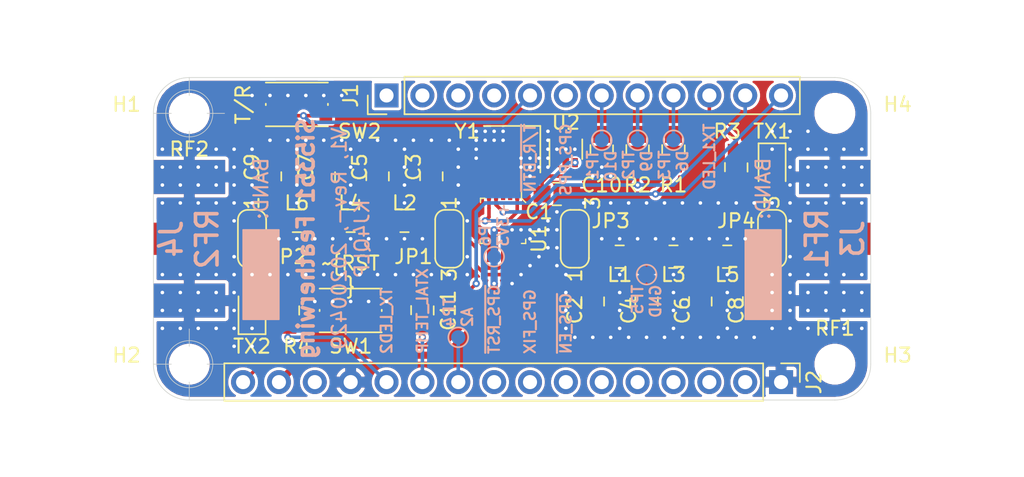
<source format=kicad_pcb>
(kicad_pcb (version 20171130) (host pcbnew 5.1.5-52549c5~84~ubuntu16.04.1)
  (title_block (title "Si5351 Featherwing - V1") (date 2020-04-27) (rev -) (company "Amateur Radio") (comment 2 creativecommons.org/licenses/by/4.0/) (comment 3 "License: CC BY 4.0") (comment 4 "Author: Zach Leffke, KJ4QLP"))
  (layers (0 F.Cu signal) (31 B.Cu signal) (34 B.Paste user) (35 F.Paste user) (36 B.SilkS user) (37 F.SilkS user) (38 B.Mask user) (39 F.Mask user) (44 Edge.Cuts user))
  (net 0 "")
  (net 1 GND)
  (net 2 VBAT)
  (net 3 EN)
  (net 4 VBUS)
  (net 5 D13)
  (net 6 D12)
  (net 7 D11)
  (net 8 D10)
  (net 9 D9)
  (net 10 D6)
  (net 11 D5)
  (net 12 SCL)
  (net 13 SDA)
  (net 14 ~RESET)
  (net 15 +3.3V)
  (net 16 AREF)
  (net 17 A0)
  (net 18 A1)
  (net 19 A2)
  (net 20 A3)
  (net 21 A4)
  (net 22 A5)
  (net 23 SCK)
  (net 24 MOSI)
  (net 25 MISO)
  (net 26 D0)
  (net 27 D1)
  (net 28 CLK0)
  (net 29 CLK1)
  (net 30 "Net-(U1-Pad3)")
  (net 31 "Net-(U1-Pad2)")
  (net 32 CLK2)
  (net 33 "Net-(J3-Pad1)")
  (net 34 "Net-(J4-Pad1)")
  (net 35 "Net-(C4-Pad1)")
  (net 36 "Net-(C5-Pad1)")
  (net 37 "Net-(C6-Pad1)")
  (net 38 "Net-(C7-Pad1)")
  (net 39 "Net-(C8-Pad1)")
  (net 40 "Net-(C9-Pad1)")
  (net 41 "Net-(C3-Pad1)")
  (net 42 "Net-(JP1-Pad3)")
  (net 43 "Net-(C2-Pad1)")
  (net 44 "Net-(JP3-Pad3)")
  (net 45 "Net-(U2-Pad1)")
  (net 46 "Net-(U2-Pad5)")
  (net 47 "Net-(R3-Pad1)")
  (net 48 "Net-(R4-Pad1)")
  (module TestPoint:TestPoint_Pad_D1.0mm (layer B.Cu) (at 144.78 110.49)
    (fp_text reference TP6 (at -0.635 -0.635 90) (layer B.SilkS) (effects (font (size 0.762 0.762)) (justify right mirror)))
    (fp_text value TestPoint)
    (pad 1 smd circle (at 0 0) (size 1 1) (layers B.Cu B.Mask) (net 15 +3.3V))
  )
  (module TestPoint:TestPoint_Pad_D1.0mm (layer B.Cu) (at 155.575 111.76)
    (fp_text reference TP5 (at -0.635 0.635 90) (layer B.SilkS) (effects (font (size 0.762 0.762)) (justify left mirror)))
    (fp_text value TestPoint)
    (pad 1 smd circle (at 0 0) (size 1 1) (layers B.Cu B.Mask) (net 1 GND))
  )
  (module TestPoint:TestPoint_Pad_D1.0mm (layer B.Cu) (at 142.24 116.205)
    (fp_text reference TP4 (at -0.635 -0.635 270) (layer B.SilkS) (effects (font (size 0.762 0.762)) (justify right mirror)))
    (fp_text value TestPoint)
    (pad 1 smd circle (at 0 0) (size 1 1) (layers B.Cu B.Mask) (net 19 A2))
  )
  (module TestPoint:TestPoint_Pad_D1.0mm (layer B.Cu) (at 157.48 102.235)
    (fp_text reference TP3 (at -0.635 0.635 90) (layer B.SilkS) (effects (font (size 0.762 0.762)) (justify left mirror)))
    (fp_text value TestPoint)
    (pad 1 smd circle (at 0 0) (size 1 1) (layers B.Cu B.Mask) (net 10 D6))
  )
  (module TestPoint:TestPoint_Pad_D1.0mm (layer B.Cu) (at 154.94 102.235)
    (fp_text reference TP2 (at -0.635 0.635 90) (layer B.SilkS) (effects (font (size 0.762 0.762)) (justify left mirror)))
    (fp_text value TestPoint)
    (pad 1 smd circle (at 0 0) (size 1 1) (layers B.Cu B.Mask) (net 9 D9))
  )
  (module TestPoint:TestPoint_Pad_D1.0mm (layer B.Cu) (at 152.4 102.235)
    (fp_text reference TP1 (at -0.635 0.635 90) (layer B.SilkS) (effects (font (size 0.762 0.762)) (justify left mirror)))
    (fp_text value TestPoint)
    (pad 1 smd circle (at 0 0) (size 1 1) (layers B.Cu B.Mask) (net 8 D10))
  )
  (module digikey-footprints:0805 (layer F.Cu) (at 139.7 114.3 270)
    (fp_text reference C11 (at 0 -1.84 90) (layer F.SilkS))
    (fp_text value .1uF)
    (pad 1 smd rect (at -1.05 0 270) (size 1.2 1.2) (layers F.Cu F.Paste F.Mask) (net 1 GND))
    (pad 2 smd rect (at 1.05 0 270) (size 1.2 1.2) (layers F.Cu F.Paste F.Mask) (net 18 A1))
  )
  (module Package_TO_SOT_SMD:SOT-353_SC-70-5 (layer F.Cu) (at 149.86 102.87 90)
    (fp_text reference U2 (at 1.905 0) (layer F.SilkS))
    (fp_text value MCP9700AT-ELT)
    (pad 5 smd rect (at 0.95 -0.65 90) (size 0.65 0.4) (layers F.Cu F.Paste F.Mask) (net 46 "Net-(U2-Pad5)"))
    (pad 4 smd rect (at 0.95 0.65 90) (size 0.65 0.4) (layers F.Cu F.Paste F.Mask) (net 15 +3.3V))
    (pad 2 smd rect (at -0.95 0 90) (size 0.65 0.4) (layers F.Cu F.Paste F.Mask) (net 1 GND))
    (pad 3 smd rect (at -0.95 0.65 90) (size 0.65 0.4) (layers F.Cu F.Paste F.Mask) (net 18 A1))
    (pad 1 smd rect (at -0.95 -0.65 90) (size 0.65 0.4) (layers F.Cu F.Paste F.Mask) (net 45 "Net-(U2-Pad1)"))
  )
  (module digikey-footprints:0805 (layer F.Cu) (at 152.4 102.87 90)
    (fp_text reference C10 (at -2.54 0 180) (layer F.SilkS))
    (fp_text value .1uF)
    (pad 1 smd rect (at -1.05 0 90) (size 1.2 1.2) (layers F.Cu F.Paste F.Mask) (net 1 GND))
    (pad 2 smd rect (at 1.05 0 90) (size 1.2 1.2) (layers F.Cu F.Paste F.Mask) (net 15 +3.3V))
  )
  (module Button_Switch_SMD:SW_Push_1P1T_NO_CK_KMR2 (layer F.Cu) (at 130.81 99.695 180)
    (fp_text reference SW2 (at -4.445 -1.905 180) (layer F.SilkS))
    (fp_text value SW_Push)
    (pad 2 smd rect (at 2.05 0.8 180) (size 0.9 1) (layers F.Cu F.Paste F.Mask) (net 1 GND))
    (pad 1 smd rect (at 2.05 -0.8 180) (size 0.9 1) (layers F.Cu F.Paste F.Mask) (net 6 D12))
    (pad 2 smd rect (at -2.05 0.8 180) (size 0.9 1) (layers F.Cu F.Paste F.Mask) (net 1 GND))
    (pad 1 smd rect (at -2.05 -0.8 180) (size 0.9 1) (layers F.Cu F.Paste F.Mask) (net 6 D12))
  )
  (module digikey-footprints:0805 (layer F.Cu) (at 130.175 114.3 270)
    (fp_text reference R4 (at 2.54 -0.635 180) (layer F.SilkS))
    (fp_text value 4.7k)
    (pad 1 smd rect (at -1.05 0 270) (size 1.2 1.2) (layers F.Cu F.Paste F.Mask) (net 48 "Net-(R4-Pad1)"))
    (pad 2 smd rect (at 1.05 0 270) (size 1.2 1.2) (layers F.Cu F.Paste F.Mask) (net 17 A0))
  )
  (module LED_SMD:LED_0805_2012Metric (layer F.Cu) (at 127.635 114.3 90)
    (fp_text reference TX2 (at -2.54 0 180) (layer F.SilkS))
    (fp_text value LED)
    (pad 2 smd roundrect (at 0.9375 0 90) (size 0.975 1.4) (layers F.Cu F.Paste F.Mask) (net 48 "Net-(R4-Pad1)"))
    (pad 1 smd roundrect (at -0.9375 0 90) (size 0.975 1.4) (layers F.Cu F.Paste F.Mask) (net 1 GND))
  )
  (module digikey-footprints:0805 (layer F.Cu) (at 161.925 104.14 90)
    (fp_text reference R3 (at 2.54 -0.635 180) (layer F.SilkS))
    (fp_text value 4.7k)
    (pad 1 smd rect (at -1.05 0 90) (size 1.2 1.2) (layers F.Cu F.Paste F.Mask) (net 47 "Net-(R3-Pad1)"))
    (pad 2 smd rect (at 1.05 0 90) (size 1.2 1.2) (layers F.Cu F.Paste F.Mask) (net 11 D5))
  )
  (module LED_SMD:LED_0805_2012Metric (layer F.Cu) (at 164.465 104.14 270)
    (fp_text reference TX1 (at -2.54 0 180) (layer F.SilkS))
    (fp_text value LED)
    (pad 2 smd roundrect (at 0.9375 0 270) (size 0.975 1.4) (layers F.Cu F.Paste F.Mask) (net 47 "Net-(R3-Pad1)"))
    (pad 1 smd roundrect (at -0.9375 0 270) (size 0.975 1.4) (layers F.Cu F.Paste F.Mask) (net 1 GND))
  )
  (module Jumper:SolderJumper-3_P1.3mm_Open_RoundedPad1.0x1.5mm_NumberLabels (layer F.Cu) (at 127.635 109.22 270)
    (fp_text reference JP2 (at 1.27 -2.54) (layer F.SilkS))
    (fp_text value Jumper_3_Bridged12)
    (fp_text user 3 (at 2.54 0 270) (layer F.SilkS))
    (fp_text user 1 (at -2.54 0 270) (layer F.SilkS))
    (pad 1 smd custom (at -1.3 0 270) (size 1 0.5) (layers F.Cu F.Mask) (net 40 "Net-(C9-Pad1)") (options (clearance outline) (anchor rect)) (primitives (gr_circle (center 0 0.25) (end 0.5 0.25) (width 0)) (gr_circle (center 0 -0.25) (end 0.5 -0.25) (width 0)) (gr_poly (pts (xy 0.55 -0.75) (xy 0 -0.75) (xy 0 0.75) (xy 0.55 0.75)) (width 0))))
    (pad 3 smd custom (at 1.3 0 270) (size 1 0.5) (layers F.Cu F.Mask) (net 42 "Net-(JP1-Pad3)") (options (clearance outline) (anchor rect)) (primitives (gr_circle (center 0 0.25) (end 0.5 0.25) (width 0)) (gr_circle (center 0 -0.25) (end 0.5 -0.25) (width 0)) (gr_poly (pts (xy -0.55 -0.75) (xy 0 -0.75) (xy 0 0.75) (xy -0.55 0.75)) (width 0))))
    (pad 2 smd rect (at 0 0 270) (size 1 1.5) (layers F.Cu F.Mask) (net 34 "Net-(J4-Pad1)"))
  )
  (module Button_Switch_SMD:SW_Push_1P1T_NO_CK_KMR2 (layer F.Cu) (at 134.62 114.3 180)
    (fp_text reference SW1 (at 0 -2.54) (layer F.SilkS))
    (fp_text value SW_Push)
    (pad 2 smd rect (at 2.05 0.8 180) (size 0.9 1) (layers F.Cu F.Paste F.Mask) (net 1 GND))
    (pad 1 smd rect (at 2.05 -0.8 180) (size 0.9 1) (layers F.Cu F.Paste F.Mask) (net 14 ~RESET))
    (pad 2 smd rect (at -2.05 0.8 180) (size 0.9 1) (layers F.Cu F.Paste F.Mask) (net 1 GND))
    (pad 1 smd rect (at -2.05 -0.8 180) (size 0.9 1) (layers F.Cu F.Paste F.Mask) (net 14 ~RESET))
  )
  (module Jumper:SolderJumper-3_P1.3mm_Open_RoundedPad1.0x1.5mm_NumberLabels (layer F.Cu) (at 164.465 109.22 90)
    (fp_text reference JP4 (at 1.27 -2.54 180) (layer F.SilkS))
    (fp_text value Jumper_3_Bridged12)
    (fp_text user 1 (at -2.6 0 90) (layer F.SilkS))
    (fp_text user 3 (at 2.6 0 90) (layer F.SilkS))
    (pad 2 smd rect (at 0 0 90) (size 1 1.5) (layers F.Cu F.Mask) (net 33 "Net-(J3-Pad1)"))
    (pad 3 smd custom (at 1.3 0 90) (size 1 0.5) (layers F.Cu F.Mask) (net 44 "Net-(JP3-Pad3)") (options (clearance outline) (anchor rect)) (primitives (gr_circle (center 0 0.25) (end 0.5 0.25) (width 0)) (gr_circle (center 0 -0.25) (end 0.5 -0.25) (width 0)) (gr_poly (pts (xy -0.55 -0.75) (xy 0 -0.75) (xy 0 0.75) (xy -0.55 0.75)) (width 0))))
    (pad 1 smd custom (at -1.3 0 90) (size 1 0.5) (layers F.Cu F.Mask) (net 39 "Net-(C8-Pad1)") (options (clearance outline) (anchor rect)) (primitives (gr_circle (center 0 0.25) (end 0.5 0.25) (width 0)) (gr_circle (center 0 -0.25) (end 0.5 -0.25) (width 0)) (gr_poly (pts (xy 0.55 -0.75) (xy 0 -0.75) (xy 0 0.75) (xy 0.55 0.75)) (width 0))))
  )
  (module Jumper:SolderJumper-3_P1.3mm_Open_RoundedPad1.0x1.5mm_NumberLabels (layer F.Cu) (at 150.495 109.22 90)
    (fp_text reference JP3 (at 1.27 2.54 180) (layer F.SilkS))
    (fp_text value Jumper_3_Bridged12)
    (fp_text user 1 (at -2.6 0 90) (layer F.SilkS))
    (fp_text user 3 (at 2.54 1.27 90) (layer F.SilkS))
    (pad 2 smd rect (at 0 0 90) (size 1 1.5) (layers F.Cu F.Mask) (net 28 CLK0))
    (pad 3 smd custom (at 1.3 0 90) (size 1 0.5) (layers F.Cu F.Mask) (net 44 "Net-(JP3-Pad3)") (options (clearance outline) (anchor rect)) (primitives (gr_circle (center 0 0.25) (end 0.5 0.25) (width 0)) (gr_circle (center 0 -0.25) (end 0.5 -0.25) (width 0)) (gr_poly (pts (xy -0.55 -0.75) (xy 0 -0.75) (xy 0 0.75) (xy -0.55 0.75)) (width 0))))
    (pad 1 smd custom (at -1.3 0 90) (size 1 0.5) (layers F.Cu F.Mask) (net 43 "Net-(C2-Pad1)") (options (clearance outline) (anchor rect)) (primitives (gr_circle (center 0 0.25) (end 0.5 0.25) (width 0)) (gr_circle (center 0 -0.25) (end 0.5 -0.25) (width 0)) (gr_poly (pts (xy 0.55 -0.75) (xy 0 -0.75) (xy 0 0.75) (xy 0.55 0.75)) (width 0))))
  )
  (module Jumper:SolderJumper-3_P1.3mm_Open_RoundedPad1.0x1.5mm_NumberLabels (layer F.Cu) (at 141.605 109.22 270)
    (fp_text reference JP1 (at 1.27 2.54) (layer F.SilkS))
    (fp_text value Jumper_3_Bridged12)
    (fp_text user 1 (at -2.54 0 270) (layer F.SilkS))
    (fp_text user 3 (at 2.54 0 270) (layer F.SilkS))
    (pad 2 smd rect (at 0 0 270) (size 1 1.5) (layers F.Cu F.Mask) (net 29 CLK1))
    (pad 3 smd custom (at 1.3 0 270) (size 1 0.5) (layers F.Cu F.Mask) (net 42 "Net-(JP1-Pad3)") (options (clearance outline) (anchor rect)) (primitives (gr_circle (center 0 0.25) (end 0.5 0.25) (width 0)) (gr_circle (center 0 -0.25) (end 0.5 -0.25) (width 0)) (gr_poly (pts (xy -0.55 -0.75) (xy 0 -0.75) (xy 0 0.75) (xy -0.55 0.75)) (width 0))))
    (pad 1 smd custom (at -1.3 0 270) (size 1 0.5) (layers F.Cu F.Mask) (net 41 "Net-(C3-Pad1)") (options (clearance outline) (anchor rect)) (primitives (gr_circle (center 0 0.25) (end 0.5 0.25) (width 0)) (gr_circle (center 0 -0.25) (end 0.5 -0.25) (width 0)) (gr_poly (pts (xy 0.55 -0.75) (xy 0 -0.75) (xy 0 0.75) (xy 0.55 0.75)) (width 0))))
  )
  (module digikey-footprints:0805 (layer F.Cu) (at 157.48 102.87 90)
    (fp_text reference R1 (at -2.54 0 180) (layer F.SilkS))
    (fp_text value 4.7k)
    (pad 1 smd rect (at -1.05 0 90) (size 1.2 1.2) (layers F.Cu F.Paste F.Mask) (net 13 SDA))
    (pad 2 smd rect (at 1.05 0 90) (size 1.2 1.2) (layers F.Cu F.Paste F.Mask) (net 15 +3.3V))
  )
  (module digikey-footprints:0805 (layer F.Cu) (at 154.94 102.87 90)
    (fp_text reference R2 (at -2.54 0 180) (layer F.SilkS))
    (fp_text value 4.7k)
    (pad 1 smd rect (at -1.05 0 90) (size 1.2 1.2) (layers F.Cu F.Paste F.Mask) (net 12 SCL))
    (pad 2 smd rect (at 1.05 0 90) (size 1.2 1.2) (layers F.Cu F.Paste F.Mask) (net 15 +3.3V))
  )
  (module digikey-footprints:0805 (layer F.Cu) (at 128.905 104.775 90)
    (fp_text reference C9 (at 0.635 -1.27 90) (layer F.SilkS))
    (fp_text value C)
    (pad 1 smd rect (at -1.05 0 90) (size 1.2 1.2) (layers F.Cu F.Paste F.Mask) (net 40 "Net-(C9-Pad1)"))
    (pad 2 smd rect (at 1.05 0 90) (size 1.2 1.2) (layers F.Cu F.Paste F.Mask) (net 1 GND))
  )
  (module digikey-footprints:0805 (layer F.Cu) (at 136.525 104.775 90)
    (fp_text reference C5 (at 0.635 -1.27 90) (layer F.SilkS))
    (fp_text value C)
    (pad 1 smd rect (at -1.05 0 90) (size 1.2 1.2) (layers F.Cu F.Paste F.Mask) (net 36 "Net-(C5-Pad1)"))
    (pad 2 smd rect (at 1.05 0 90) (size 1.2 1.2) (layers F.Cu F.Paste F.Mask) (net 1 GND))
  )
  (module digikey-footprints:0805 (layer F.Cu) (at 132.715 104.775 90)
    (fp_text reference C7 (at 0.635 -1.27 90) (layer F.SilkS))
    (fp_text value C)
    (pad 1 smd rect (at -1.05 0 90) (size 1.2 1.2) (layers F.Cu F.Paste F.Mask) (net 38 "Net-(C7-Pad1)"))
    (pad 2 smd rect (at 1.05 0 90) (size 1.2 1.2) (layers F.Cu F.Paste F.Mask) (net 1 GND))
  )
  (module digikey-footprints:0805 (layer F.Cu) (at 134.62 107.95 180)
    (fp_text reference L4 (at 0 1.27) (layer F.SilkS))
    (fp_text value L)
    (pad 1 smd rect (at -1.05 0 180) (size 1.2 1.2) (layers F.Cu F.Paste F.Mask) (net 36 "Net-(C5-Pad1)"))
    (pad 2 smd rect (at 1.05 0 180) (size 1.2 1.2) (layers F.Cu F.Paste F.Mask) (net 38 "Net-(C7-Pad1)"))
  )
  (module digikey-footprints:0805 (layer F.Cu) (at 130.81 107.95 180)
    (fp_text reference L6 (at 0 1.27) (layer F.SilkS))
    (fp_text value L)
    (pad 1 smd rect (at -1.05 0 180) (size 1.2 1.2) (layers F.Cu F.Paste F.Mask) (net 38 "Net-(C7-Pad1)"))
    (pad 2 smd rect (at 1.05 0 180) (size 1.2 1.2) (layers F.Cu F.Paste F.Mask) (net 40 "Net-(C9-Pad1)"))
  )
  (module digikey-footprints:0805 (layer F.Cu) (at 138.43 107.95 180)
    (fp_text reference L2 (at 0 1.27) (layer F.SilkS))
    (fp_text value L)
    (pad 1 smd rect (at -1.05 0 180) (size 1.2 1.2) (layers F.Cu F.Paste F.Mask) (net 41 "Net-(C3-Pad1)"))
    (pad 2 smd rect (at 1.05 0 180) (size 1.2 1.2) (layers F.Cu F.Paste F.Mask) (net 36 "Net-(C5-Pad1)"))
  )
  (module digikey-footprints:0805 (layer F.Cu) (at 140.335 104.775 90)
    (fp_text reference C3 (at 0.635 -1.27 90) (layer F.SilkS))
    (fp_text value C)
    (pad 1 smd rect (at -1.05 0 90) (size 1.2 1.2) (layers F.Cu F.Paste F.Mask) (net 41 "Net-(C3-Pad1)"))
    (pad 2 smd rect (at 1.05 0 90) (size 1.2 1.2) (layers F.Cu F.Paste F.Mask) (net 1 GND))
  )
  (module digikey-footprints:0805 (layer F.Cu) (at 161.29 110.49)
    (fp_text reference L5 (at 0 1.27) (layer F.SilkS))
    (fp_text value L)
    (pad 1 smd rect (at -1.05 0) (size 1.2 1.2) (layers F.Cu F.Paste F.Mask) (net 37 "Net-(C6-Pad1)"))
    (pad 2 smd rect (at 1.05 0) (size 1.2 1.2) (layers F.Cu F.Paste F.Mask) (net 39 "Net-(C8-Pad1)"))
  )
  (module digikey-footprints:0805 (layer F.Cu) (at 157.48 110.49)
    (fp_text reference L3 (at 0 1.27) (layer F.SilkS))
    (fp_text value L)
    (pad 1 smd rect (at -1.05 0) (size 1.2 1.2) (layers F.Cu F.Paste F.Mask) (net 35 "Net-(C4-Pad1)"))
    (pad 2 smd rect (at 1.05 0) (size 1.2 1.2) (layers F.Cu F.Paste F.Mask) (net 37 "Net-(C6-Pad1)"))
  )
  (module digikey-footprints:0805 (layer F.Cu) (at 153.67 110.49)
    (fp_text reference L1 (at 0 1.27) (layer F.SilkS))
    (fp_text value L)
    (pad 1 smd rect (at -1.05 0) (size 1.2 1.2) (layers F.Cu F.Paste F.Mask) (net 43 "Net-(C2-Pad1)"))
    (pad 2 smd rect (at 1.05 0) (size 1.2 1.2) (layers F.Cu F.Paste F.Mask) (net 35 "Net-(C4-Pad1)"))
  )
  (module digikey-footprints:0805 (layer F.Cu) (at 163.195 113.665 270)
    (fp_text reference C8 (at 0.635 1.27 90) (layer F.SilkS))
    (fp_text value C)
    (pad 1 smd rect (at -1.05 0 270) (size 1.2 1.2) (layers F.Cu F.Paste F.Mask) (net 39 "Net-(C8-Pad1)"))
    (pad 2 smd rect (at 1.05 0 270) (size 1.2 1.2) (layers F.Cu F.Paste F.Mask) (net 1 GND))
  )
  (module digikey-footprints:0805 (layer F.Cu) (at 159.385 113.665 270)
    (fp_text reference C6 (at 0.635 1.27 90) (layer F.SilkS))
    (fp_text value C)
    (pad 1 smd rect (at -1.05 0 270) (size 1.2 1.2) (layers F.Cu F.Paste F.Mask) (net 37 "Net-(C6-Pad1)"))
    (pad 2 smd rect (at 1.05 0 270) (size 1.2 1.2) (layers F.Cu F.Paste F.Mask) (net 1 GND))
  )
  (module digikey-footprints:0805 (layer F.Cu) (at 155.575 113.665 270)
    (fp_text reference C4 (at 0.635 1.27 90) (layer F.SilkS))
    (fp_text value C)
    (pad 1 smd rect (at -1.05 0 270) (size 1.2 1.2) (layers F.Cu F.Paste F.Mask) (net 35 "Net-(C4-Pad1)"))
    (pad 2 smd rect (at 1.05 0 270) (size 1.2 1.2) (layers F.Cu F.Paste F.Mask) (net 1 GND))
  )
  (module digikey-footprints:0805 (layer F.Cu) (at 151.765 113.665 270)
    (fp_text reference C2 (at 0.635 1.27 270) (layer F.SilkS))
    (fp_text value C)
    (pad 1 smd rect (at -1.05 0 270) (size 1.2 1.2) (layers F.Cu F.Paste F.Mask) (net 43 "Net-(C2-Pad1)"))
    (pad 2 smd rect (at 1.05 0 270) (size 1.2 1.2) (layers F.Cu F.Paste F.Mask) (net 1 GND))
  )
  (module digikey-footprints:RF_SMA_BoardEdge_142-0701-801 (layer F.Cu) (at 120.65 109.22 90)
    (fp_text reference J4 (at 0 1.27 90) (layer B.SilkS) (effects (font (size 1.524 1.524) (thickness 0.254)) (justify mirror)))
    (fp_text value 142-0701-801)
    (pad 2 smd rect (at -4.3815 2.54 90) (size 2.413 5.08) (layers B.Cu B.Paste B.Mask) (net 1 GND))
    (pad 2 smd rect (at 4.3815 2.54 90) (size 2.413 5.08) (layers B.Cu B.Paste B.Mask) (net 1 GND))
    (pad 2 smd rect (at 4.3815 2.54 90) (size 2.413 5.08) (layers F.Cu F.Paste F.Mask) (net 1 GND))
    (pad 1 smd rect (at 0 2.54 90) (size 2.286 5.08) (layers F.Cu F.Paste F.Mask) (net 34 "Net-(J4-Pad1)"))
    (pad 2 smd rect (at -4.3815 2.54 90) (size 2.413 5.08) (layers F.Cu F.Paste F.Mask) (net 1 GND))
  )
  (module digikey-footprints:RF_SMA_BoardEdge_142-0701-801 (layer F.Cu) (at 171.45 109.22 270)
    (fp_text reference J3 (at 0 1.27 270) (layer B.SilkS) (effects (font (size 1.524 1.524) (thickness 0.254)) (justify mirror)))
    (fp_text value 142-0701-801)
    (pad 2 smd rect (at -4.3815 2.54 270) (size 2.413 5.08) (layers B.Cu B.Paste B.Mask) (net 1 GND))
    (pad 2 smd rect (at 4.3815 2.54 270) (size 2.413 5.08) (layers B.Cu B.Paste B.Mask) (net 1 GND))
    (pad 2 smd rect (at 4.3815 2.54 270) (size 2.413 5.08) (layers F.Cu F.Paste F.Mask) (net 1 GND))
    (pad 1 smd rect (at 0 2.54 270) (size 2.286 5.08) (layers F.Cu F.Paste F.Mask) (net 33 "Net-(J3-Pad1)"))
    (pad 2 smd rect (at -4.3815 2.54 270) (size 2.413 5.08) (layers F.Cu F.Paste F.Mask) (net 1 GND))
  )
  (module Crystal:Crystal_SMD_Abracon_ABM8G-4Pin_3.2x2.5mm (layer F.Cu) (at 146.05 102.87 180)
    (fp_text reference Y1 (at 3.175 1.27 180) (layer F.SilkS))
    (fp_text value Crystal_GND24)
    (pad 4 smd rect (at -1.1 -0.85 180) (size 1.4 1.2) (layers F.Cu F.Paste F.Mask) (net 1 GND))
    (pad 3 smd rect (at 1.1 -0.85 180) (size 1.4 1.2) (layers F.Cu F.Paste F.Mask) (net 30 "Net-(U1-Pad3)"))
    (pad 2 smd rect (at 1.1 0.85 180) (size 1.4 1.2) (layers F.Cu F.Paste F.Mask) (net 1 GND))
    (pad 1 smd rect (at -1.1 0.85 180) (size 1.4 1.2) (layers F.Cu F.Paste F.Mask) (net 31 "Net-(U1-Pad2)"))
  )
  (module digikey-footprints:MSOP-10_W3mm (layer F.Cu) (at 145.415 107.95 180)
    (fp_text reference U1 (at -2.54 -1.27 90) (layer F.SilkS))
    (fp_text value SI5351A-B-GT)
    (pad 10 smd rect (at -1 -2.2 180) (size 0.3 1.45) (layers F.Cu F.Paste F.Mask) (net 28 CLK0))
    (pad 9 smd rect (at -0.5 -2.2 180) (size 0.3 1.45) (layers F.Cu F.Paste F.Mask) (net 29 CLK1))
    (pad 8 smd rect (at 0 -2.2 180) (size 0.3 1.45) (layers F.Cu F.Paste F.Mask) (net 1 GND))
    (pad 7 smd rect (at 0.5 -2.2 180) (size 0.3 1.45) (layers F.Cu F.Paste F.Mask) (net 15 +3.3V))
    (pad 5 smd rect (at 1 2.2 180) (size 0.3 1.45) (layers F.Cu F.Paste F.Mask) (net 13 SDA))
    (pad 4 smd rect (at 0.5 2.2 180) (size 0.3 1.45) (layers F.Cu F.Paste F.Mask) (net 12 SCL))
    (pad 3 smd rect (at 0 2.2 180) (size 0.3 1.45) (layers F.Cu F.Paste F.Mask) (net 30 "Net-(U1-Pad3)"))
    (pad 2 smd rect (at -0.5 2.2 180) (size 0.3 1.45) (layers F.Cu F.Paste F.Mask) (net 31 "Net-(U1-Pad2)"))
    (pad 6 smd rect (at 1 -2.2 180) (size 0.3 1.45) (layers F.Cu F.Paste F.Mask) (net 32 CLK2))
    (pad 1 smd rect (at -1 2.2 180) (size 0.3 1.45) (layers F.Cu F.Paste F.Mask) (net 15 +3.3V))
  )
  (module digikey-footprints:0805 (layer F.Cu) (at 149.225 106.045 180)
    (fp_text reference C1 (at 1.27 -1.27) (layer F.SilkS))
    (fp_text value .1uF)
    (pad 1 smd rect (at -1.05 0 180) (size 1.2 1.2) (layers F.Cu F.Paste F.Mask) (net 1 GND))
    (pad 2 smd rect (at 1.05 0 180) (size 1.2 1.2) (layers F.Cu F.Paste F.Mask) (net 15 +3.3V))
  )
  (module MountingHole:MountingHole_2.5mm (layer F.Cu) (at 168.91 100.33)
    (fp_text reference H4 (at 4.445 -0.635) (layer F.SilkS))
    (fp_text value MountingHole)
    (pad 1 np_thru_hole circle (at 0 0) (size 2.5 2.5) (drill 2.5) (layers *.Cu *.Mask))
  )
  (module MountingHole:MountingHole_2.5mm (layer F.Cu) (at 168.91 118.11)
    (fp_text reference H3 (at 4.445 -0.635) (layer F.SilkS))
    (fp_text value MountingHole)
    (pad 1 np_thru_hole circle (at 0 0) (size 2.5 2.5) (drill 2.5) (layers *.Cu *.Mask))
  )
  (module MountingHole:MountingHole_2.5mm (layer F.Cu) (at 123.19 118.11)
    (fp_text reference H2 (at -4.445 -0.635) (layer F.SilkS))
    (fp_text value MountingHole)
    (pad 1 np_thru_hole circle (at 0 0) (size 2.5 2.5) (drill 2.5) (layers *.Cu *.Mask))
  )
  (module MountingHole:MountingHole_2.5mm (layer F.Cu) (at 123.19 100.33)
    (fp_text reference H1 (at -4.445 -0.635) (layer F.SilkS))
    (fp_text value MountingHole)
    (pad 1 np_thru_hole circle (at 0 0) (size 2.5 2.5) (drill 2.5) (layers *.Cu *.Mask))
  )
  (module Connector_PinHeader_2.54mm:PinHeader_1x16_P2.54mm_Vertical (layer F.Cu) (at 165.1 119.38 270)
    (fp_text reference J2 (at 0 -2.33 90) (layer F.SilkS))
    (fp_text value Conn_01x16_Male)
    (pad 16 thru_hole oval (at 0 38.1 270) (size 1.7 1.7) (drill 1) (layers *.Cu *.Mask) (net 14 ~RESET))
    (pad 15 thru_hole oval (at 0 35.56 270) (size 1.7 1.7) (drill 1) (layers *.Cu *.Mask) (net 15 +3.3V))
    (pad 14 thru_hole oval (at 0 33.02 270) (size 1.7 1.7) (drill 1) (layers *.Cu *.Mask) (net 16 AREF))
    (pad 13 thru_hole oval (at 0 30.48 270) (size 1.7 1.7) (drill 1) (layers *.Cu *.Mask) (net 1 GND))
    (pad 12 thru_hole oval (at 0 27.94 270) (size 1.7 1.7) (drill 1) (layers *.Cu *.Mask) (net 17 A0))
    (pad 11 thru_hole oval (at 0 25.4 270) (size 1.7 1.7) (drill 1) (layers *.Cu *.Mask) (net 18 A1))
    (pad 10 thru_hole oval (at 0 22.86 270) (size 1.7 1.7) (drill 1) (layers *.Cu *.Mask) (net 19 A2))
    (pad 9 thru_hole oval (at 0 20.32 270) (size 1.7 1.7) (drill 1) (layers *.Cu *.Mask) (net 20 A3))
    (pad 8 thru_hole oval (at 0 17.78 270) (size 1.7 1.7) (drill 1) (layers *.Cu *.Mask) (net 21 A4))
    (pad 7 thru_hole oval (at 0 15.24 270) (size 1.7 1.7) (drill 1) (layers *.Cu *.Mask) (net 22 A5))
    (pad 6 thru_hole oval (at 0 12.7 270) (size 1.7 1.7) (drill 1) (layers *.Cu *.Mask) (net 23 SCK))
    (pad 5 thru_hole oval (at 0 10.16 270) (size 1.7 1.7) (drill 1) (layers *.Cu *.Mask) (net 24 MOSI))
    (pad 4 thru_hole oval (at 0 7.62 270) (size 1.7 1.7) (drill 1) (layers *.Cu *.Mask) (net 25 MISO))
    (pad 3 thru_hole oval (at 0 5.08 270) (size 1.7 1.7) (drill 1) (layers *.Cu *.Mask) (net 26 D0))
    (pad 2 thru_hole oval (at 0 2.54 270) (size 1.7 1.7) (drill 1) (layers *.Cu *.Mask) (net 27 D1))
    (pad 1 thru_hole rect (at 0 0 270) (size 1.7 1.7) (drill 1) (layers *.Cu *.Mask) (net 1 GND))
  )
  (module Connector_PinHeader_2.54mm:PinHeader_1x12_P2.54mm_Vertical (layer F.Cu) (at 137.16 99.06 90)
    (fp_text reference J1 (at 0 -2.54 90) (layer F.SilkS))
    (fp_text value Conn_01x12_Male)
    (pad 1 thru_hole rect (at 0 0 90) (size 1.7 1.7) (drill 1) (layers *.Cu *.Mask) (net 2 VBAT))
    (pad 2 thru_hole oval (at 0 2.54 90) (size 1.7 1.7) (drill 1) (layers *.Cu *.Mask) (net 3 EN))
    (pad 3 thru_hole oval (at 0 5.08 90) (size 1.7 1.7) (drill 1) (layers *.Cu *.Mask) (net 4 VBUS))
    (pad 4 thru_hole oval (at 0 7.62 90) (size 1.7 1.7) (drill 1) (layers *.Cu *.Mask) (net 5 D13))
    (pad 5 thru_hole oval (at 0 10.16 90) (size 1.7 1.7) (drill 1) (layers *.Cu *.Mask) (net 6 D12))
    (pad 6 thru_hole oval (at 0 12.7 90) (size 1.7 1.7) (drill 1) (layers *.Cu *.Mask) (net 7 D11))
    (pad 7 thru_hole oval (at 0 15.24 90) (size 1.7 1.7) (drill 1) (layers *.Cu *.Mask) (net 8 D10))
    (pad 8 thru_hole oval (at 0 17.78 90) (size 1.7 1.7) (drill 1) (layers *.Cu *.Mask) (net 9 D9))
    (pad 9 thru_hole oval (at 0 20.32 90) (size 1.7 1.7) (drill 1) (layers *.Cu *.Mask) (net 10 D6))
    (pad 10 thru_hole oval (at 0 22.86 90) (size 1.7 1.7) (drill 1) (layers *.Cu *.Mask) (net 11 D5))
    (pad 11 thru_hole oval (at 0 25.4 90) (size 1.7 1.7) (drill 1) (layers *.Cu *.Mask) (net 12 SCL))
    (pad 12 thru_hole oval (at 0 27.94 90) (size 1.7 1.7) (drill 1) (layers *.Cu *.Mask) (net 13 SDA))
  )
  (gr_text +3V3 (at 145.415 109.855 90) (layer B.SilkS) (effects (font (size 0.762 0.762)) (justify right mirror)))
  (gr_text D6 (at 158.115 102.87 90) (layer B.SilkS) (effects (font (size 0.762 0.762)) (justify left mirror)))
  (gr_text D9 (at 155.575 102.87 90) (layer B.SilkS) (effects (font (size 0.762 0.762)) (justify left mirror)))
  (gr_text D10 (at 153.035 102.87 90) (layer B.SilkS) (effects (font (size 0.762 0.762)) (justify left mirror)))
  (gr_text A2 (at 142.875 115.57 90) (layer B.SilkS) (effects (font (size 0.762 0.762)) (justify right mirror)))
  (gr_text GND (at 156.21 112.395 90) (layer B.SilkS) (effects (font (size 0.762 0.762)) (justify left mirror)))
  (gr_text TX_LED2 (at 137.16 117.475 90) (layer B.SilkS) (effects (font (size 0.762 0.762)) (justify right mirror)))
  (gr_text XTAL_TEMP (at 139.7 117.475 90) (layer B.SilkS) (effects (font (size 0.762 0.762)) (justify right mirror)))
  (gr_text ~GPS_RST (at 144.78 117.475 90) (layer B.SilkS) (effects (font (size 0.762 0.762)) (justify right mirror)))
  (gr_text GPS_FIX (at 147.32 117.475 90) (layer B.SilkS) (effects (font (size 0.762 0.762)) (justify right mirror)))
  (gr_text ~GPS_EN (at 149.86 117.475 90) (layer B.SilkS) (effects (font (size 0.762 0.762)) (justify right mirror)))
  (gr_text TX1_LED (at 160.02 100.965 90) (layer B.SilkS) (effects (font (size 0.762 0.762)) (justify left mirror)))
  (gr_text ~T/R_BTN (at 147.32 100.965 90) (layer B.SilkS) (effects (font (size 0.762 0.762)) (justify left mirror)))
  (gr_text GPS_PPS (at 149.86 100.965 90) (layer B.SilkS) (effects (font (size 0.762 0.762)) (justify left mirror)))
  (gr_text BAND: (at 128.27 107.95 90) (layer B.SilkS) (effects (font (size 1 1)) (justify right mirror)))
  (gr_poly (pts (xy 127 108.585) (xy 127 114.935) (xy 129.54 114.935) (xy 129.54 108.585)) (layer B.SilkS) (width 0.1))
  (gr_text BAND: (at 163.83 107.95 90) (layer B.SilkS) (effects (font (size 1 1)) (justify right mirror)))
  (gr_poly (pts (xy 162.56 108.585) (xy 162.56 114.935) (xy 165.1 114.935) (xy 165.1 108.585)) (layer B.SilkS) (width 0.1))
  (gr_text T/R (at 127 99.695 90) (layer F.SilkS) (effects (font (size 1 1))))
  (gr_text "~RST\n" (at 134.62 111.76) (layer F.SilkS) (effects (font (size 1 1))))
  (gr_text RF1 (at 167.64 109.22 90) (layer B.SilkS) (effects (font (size 1.524 1.524) (thickness 0.254)) (justify mirror)))
  (gr_text RF2 (at 124.46 109.22 90) (layer B.SilkS) (effects (font (size 1.524 1.524) (thickness 0.254)) (justify mirror)))
  (gr_text RF2 (at 123.19 102.87) (layer F.SilkS) (effects (font (size 1 1))))
  (gr_text RF1 (at 168.91 115.57) (layer F.SilkS) (effects (font (size 1 1))))
  (gr_text "V1, Rev-, 20200429\nKJ4QLP" (at 134.62 109.22 90) (layer B.SilkS) (effects (font (size 1 1)) (justify mirror)))
  (gr_text "Si5351 Featherwing" (at 131.445 109.22 90) (layer B.SilkS) (effects (font (size 1.143 1.143) (thickness 0.254)) (justify mirror)))
  (gr_line (start 123.19 120.65) (end 168.91 120.65) (layer Edge.Cuts) (width 0.05))
  (gr_line (start 168.91 97.79) (end 123.19 97.79) (layer Edge.Cuts) (width 0.05))
  (gr_line (start 171.45 100.33) (end 171.45 118.11) (layer Edge.Cuts) (width 0.05))
  (gr_arc (start 168.91 118.11) (end 168.91 120.65) (angle -90) (layer Edge.Cuts) (width 0.05))
  (gr_arc (start 168.91 100.33) (end 171.45 100.33) (angle -90) (layer Edge.Cuts) (width 0.05))
  (gr_line (start 120.65 118.11) (end 120.65 100.33) (layer Edge.Cuts) (width 0.05))
  (gr_arc (start 123.19 100.33) (end 123.19 97.79) (angle -90) (layer Edge.Cuts) (width 0.05))
  (target plus (at 123.19 100.33) (size 5) (width 0.05) (layer Edge.Cuts))
  (target plus (at 123.19 118.11) (size 5) (width 0.05) (layer Edge.Cuts))
  (gr_arc (start 123.19 118.11) (end 120.65 118.11) (angle -90) (layer Edge.Cuts) (width 0.05))
  (via (at 147.32 104.14) (size 0.508) (drill 0.254) (layers F.Cu B.Cu) (net 1))
  (via (at 146.685 104.14) (size 0.508) (drill 0.254) (layers F.Cu B.Cu) (net 1))
  (via (at 146.685 103.505) (size 0.508) (drill 0.254) (layers F.Cu B.Cu) (net 1))
  (via (at 145.415 101.6) (size 0.508) (drill 0.254) (layers F.Cu B.Cu) (net 1))
  (via (at 144.78 101.6) (size 0.508) (drill 0.254) (layers F.Cu B.Cu) (net 1))
  (via (at 144.78 102.235) (size 0.508) (drill 0.254) (layers F.Cu B.Cu) (net 1))
  (via (at 145.415 102.235) (size 0.508) (drill 0.254) (layers F.Cu B.Cu) (net 1))
  (via (at 147.32 103.505) (size 0.508) (drill 0.254) (layers F.Cu B.Cu) (net 1))
  (via (at 122.555 105.41) (size 0.508) (drill 0.254) (layers F.Cu B.Cu) (net 1))
  (via (at 123.825 105.41) (size 0.508) (drill 0.254) (layers F.Cu B.Cu) (net 1))
  (via (at 125.095 105.41) (size 0.508) (drill 0.254) (layers F.Cu B.Cu) (net 1))
  (via (at 125.095 104.14) (size 0.508) (drill 0.254) (layers F.Cu B.Cu) (net 1))
  (via (at 123.825 104.14) (size 0.508) (drill 0.254) (layers F.Cu B.Cu) (net 1))
  (via (at 122.555 104.14) (size 0.508) (drill 0.254) (layers F.Cu B.Cu) (net 1))
  (via (at 121.285 104.14) (size 0.508) (drill 0.254) (layers F.Cu B.Cu) (net 1))
  (via (at 121.285 105.41) (size 0.508) (drill 0.254) (layers F.Cu B.Cu) (net 1))
  (via (at 121.285 113.03) (size 0.508) (drill 0.254) (layers F.Cu B.Cu) (net 1))
  (via (at 122.555 113.03) (size 0.508) (drill 0.254) (layers F.Cu B.Cu) (net 1))
  (via (at 123.825 113.03) (size 0.508) (drill 0.254) (layers F.Cu B.Cu) (net 1))
  (via (at 125.095 113.03) (size 0.508) (drill 0.254) (layers F.Cu B.Cu) (net 1))
  (via (at 125.095 114.3) (size 0.508) (drill 0.254) (layers F.Cu B.Cu) (net 1))
  (via (at 123.825 114.3) (size 0.508) (drill 0.254) (layers F.Cu B.Cu) (net 1))
  (via (at 122.555 114.3) (size 0.508) (drill 0.254) (layers F.Cu B.Cu) (net 1))
  (via (at 121.285 114.3) (size 0.508) (drill 0.254) (layers F.Cu B.Cu) (net 1))
  (via (at 132.715 99.06) (size 0.508) (drill 0.254) (layers F.Cu B.Cu) (net 1))
  (via (at 142.24 106.68) (size 0.508) (drill 0.254) (layers F.Cu B.Cu) (net 1))
  (via (at 142.24 104.14) (size 0.508) (drill 0.254) (layers F.Cu B.Cu) (net 1))
  (via (at 142.24 105.41) (size 0.508) (drill 0.254) (layers F.Cu B.Cu) (net 1))
  (via (at 142.24 102.87) (size 0.508) (drill 0.254) (layers F.Cu B.Cu) (net 1))
  (via (at 128.905 99.06) (size 0.508) (drill 0.254) (layers F.Cu B.Cu) (net 1))
  (via (at 131.445 99.06) (size 0.508) (drill 0.254) (layers F.Cu B.Cu) (net 1))
  (via (at 127.635 99.06) (size 0.508) (drill 0.254) (layers F.Cu B.Cu) (net 1))
  (via (at 164.465 101.6) (size 0.508) (drill 0.254) (layers F.Cu B.Cu) (net 1))
  (via (at 165.735 101.6) (size 0.508) (drill 0.254) (layers F.Cu B.Cu) (net 1))
  (via (at 133.985 99.06) (size 0.508) (drill 0.254) (layers F.Cu B.Cu) (net 1))
  (via (at 164.465 102.87) (size 0.508) (drill 0.254) (layers F.Cu B.Cu) (net 1))
  (via (at 127.635 102.87) (size 0.508) (drill 0.254) (layers F.Cu B.Cu) (net 1))
  (via (at 129.54 109.22) (size 0.508) (drill 0.254) (layers F.Cu B.Cu) (net 1))
  (via (at 130.81 109.22) (size 0.508) (drill 0.254) (layers F.Cu B.Cu) (net 1))
  (via (at 132.08 109.22) (size 0.508) (drill 0.254) (layers F.Cu B.Cu) (net 1))
  (via (at 133.35 109.22) (size 0.508) (drill 0.254) (layers F.Cu B.Cu) (net 1))
  (via (at 134.62 109.22) (size 0.508) (drill 0.254) (layers F.Cu B.Cu) (net 1))
  (via (at 135.89 109.22) (size 0.508) (drill 0.254) (layers F.Cu B.Cu) (net 1))
  (via (at 131.445 111.76) (size 0.508) (drill 0.254) (layers F.Cu B.Cu) (net 1))
  (via (at 130.175 111.76) (size 0.508) (drill 0.254) (layers F.Cu B.Cu) (net 1))
  (via (at 128.905 111.76) (size 0.508) (drill 0.254) (layers F.Cu B.Cu) (net 1))
  (via (at 137.16 109.22) (size 0.508) (drill 0.254) (layers F.Cu B.Cu) (net 1))
  (via (at 138.43 109.22) (size 0.508) (drill 0.254) (layers F.Cu B.Cu) (net 1))
  (via (at 139.7 109.22) (size 0.508) (drill 0.254) (layers F.Cu B.Cu) (net 1))
  (via (at 132.715 111.76) (size 0.508) (drill 0.254) (layers F.Cu B.Cu) (net 1))
  (via (at 133.985 111.76) (size 0.508) (drill 0.254) (layers F.Cu B.Cu) (net 1))
  (via (at 135.255 111.76) (size 0.508) (drill 0.254) (layers F.Cu B.Cu) (net 1))
  (via (at 136.525 111.76) (size 0.508) (drill 0.254) (layers F.Cu B.Cu) (net 1))
  (via (at 137.795 111.76) (size 0.508) (drill 0.254) (layers F.Cu B.Cu) (net 1))
  (via (at 139.065 111.76) (size 0.508) (drill 0.254) (layers F.Cu B.Cu) (net 1))
  (via (at 140.335 111.76) (size 0.508) (drill 0.254) (layers F.Cu B.Cu) (net 1))
  (via (at 141.605 111.76) (size 0.508) (drill 0.254) (layers F.Cu B.Cu) (net 1))
  (via (at 127.635 111.76) (size 0.508) (drill 0.254) (layers F.Cu B.Cu) (net 1))
  (via (at 130.81 105.41) (size 0.508) (drill 0.254) (layers F.Cu B.Cu) (net 1))
  (via (at 130.81 104.14) (size 0.508) (drill 0.254) (layers F.Cu B.Cu) (net 1))
  (via (at 130.81 102.87) (size 0.508) (drill 0.254) (layers F.Cu B.Cu) (net 1))
  (via (at 130.175 102.235) (size 0.508) (drill 0.254) (layers F.Cu B.Cu) (net 1))
  (via (at 134.62 105.41) (size 0.508) (drill 0.254) (layers F.Cu B.Cu) (net 1))
  (via (at 138.43 105.41) (size 0.508) (drill 0.254) (layers F.Cu B.Cu) (net 1))
  (via (at 138.43 104.14) (size 0.508) (drill 0.254) (layers F.Cu B.Cu) (net 1))
  (via (at 138.43 102.87) (size 0.508) (drill 0.254) (layers F.Cu B.Cu) (net 1))
  (via (at 137.795 102.235) (size 0.508) (drill 0.254) (layers F.Cu B.Cu) (net 1))
  (via (at 134.62 104.14) (size 0.508) (drill 0.254) (layers F.Cu B.Cu) (net 1))
  (via (at 134.62 102.87) (size 0.508) (drill 0.254) (layers F.Cu B.Cu) (net 1))
  (via (at 133.985 102.235) (size 0.508) (drill 0.254) (layers F.Cu B.Cu) (net 1))
  (via (at 141.605 102.235) (size 0.508) (drill 0.254) (layers F.Cu B.Cu) (net 1))
  (via (at 128.905 102.235) (size 0.508) (drill 0.254) (layers F.Cu B.Cu) (net 1))
  (via (at 131.445 102.235) (size 0.508) (drill 0.254) (layers F.Cu B.Cu) (net 1))
  (via (at 132.715 102.235) (size 0.508) (drill 0.254) (layers F.Cu B.Cu) (net 1))
  (via (at 135.255 102.235) (size 0.508) (drill 0.254) (layers F.Cu B.Cu) (net 1))
  (via (at 136.525 102.235) (size 0.508) (drill 0.254) (layers F.Cu B.Cu) (net 1))
  (via (at 139.065 102.235) (size 0.508) (drill 0.254) (layers F.Cu B.Cu) (net 1))
  (via (at 140.335 102.235) (size 0.508) (drill 0.254) (layers F.Cu B.Cu) (net 1))
  (via (at 130.81 106.68) (size 0.508) (drill 0.254) (layers F.Cu B.Cu) (net 1))
  (via (at 134.62 106.68) (size 0.508) (drill 0.254) (layers F.Cu B.Cu) (net 1))
  (via (at 138.43 106.68) (size 0.508) (drill 0.254) (layers F.Cu B.Cu) (net 1))
  (via (at 127.635 104.14) (size 0.508) (drill 0.254) (layers F.Cu B.Cu) (net 1))
  (via (at 127.635 105.41) (size 0.508) (drill 0.254) (layers F.Cu B.Cu) (net 1))
  (via (at 127.635 106.68) (size 0.508) (drill 0.254) (layers F.Cu B.Cu) (net 1))
  (via (at 126.365 111.76) (size 0.508) (drill 0.254) (layers F.Cu B.Cu) (net 1))
  (via (at 142.875 107.95) (size 0.508) (drill 0.254) (layers F.Cu B.Cu) (net 1))
  (via (at 146.05 108.585) (size 0.508) (drill 0.254) (layers F.Cu B.Cu) (net 1))
  (via (at 147.32 104.775) (size 0.508) (drill 0.254) (layers F.Cu B.Cu) (net 1))
  (via (at 143.51 102.235) (size 0.508) (drill 0.254) (layers F.Cu B.Cu) (net 1))
  (via (at 143.51 101.6) (size 0.508) (drill 0.254) (layers F.Cu B.Cu) (net 1))
  (via (at 143.51 103.505) (size 0.508) (drill 0.254) (layers F.Cu B.Cu) (net 1))
  (via (at 143.51 102.87) (size 0.508) (drill 0.254) (layers F.Cu B.Cu) (net 1))
  (segment (start 145.415 109.22) (end 146.05 108.585) (width 0.254) (layer F.Cu) (net 1))
  (segment (start 145.415 110.15) (end 145.415 109.22) (width 0.254) (layer F.Cu) (net 1))
  (via (at 152.4 104.14) (size 0.508) (drill 0.254) (layers F.Cu B.Cu) (net 1))
  (via (at 151.765 106.68) (size 0.508) (drill 0.254) (layers F.Cu B.Cu) (net 1))
  (via (at 152.4 109.22) (size 0.508) (drill 0.254) (layers F.Cu B.Cu) (net 1))
  (via (at 153.67 109.22) (size 0.508) (drill 0.254) (layers F.Cu B.Cu) (net 1))
  (via (at 154.94 109.22) (size 0.508) (drill 0.254) (layers F.Cu B.Cu) (net 1))
  (via (at 156.21 109.22) (size 0.508) (drill 0.254) (layers F.Cu B.Cu) (net 1))
  (via (at 157.48 109.22) (size 0.508) (drill 0.254) (layers F.Cu B.Cu) (net 1))
  (via (at 158.75 109.22) (size 0.508) (drill 0.254) (layers F.Cu B.Cu) (net 1))
  (via (at 160.02 109.22) (size 0.508) (drill 0.254) (layers F.Cu B.Cu) (net 1))
  (via (at 161.29 109.22) (size 0.508) (drill 0.254) (layers F.Cu B.Cu) (net 1))
  (via (at 162.56 109.22) (size 0.508) (drill 0.254) (layers F.Cu B.Cu) (net 1))
  (via (at 153.67 111.76) (size 0.508) (drill 0.254) (layers F.Cu B.Cu) (net 1))
  (via (at 157.48 111.76) (size 0.508) (drill 0.254) (layers F.Cu B.Cu) (net 1))
  (via (at 161.29 111.76) (size 0.508) (drill 0.254) (layers F.Cu B.Cu) (net 1))
  (via (at 153.67 113.03) (size 0.508) (drill 0.254) (layers F.Cu B.Cu) (net 1))
  (via (at 153.67 114.3) (size 0.508) (drill 0.254) (layers F.Cu B.Cu) (net 1))
  (via (at 153.67 115.57) (size 0.508) (drill 0.254) (layers F.Cu B.Cu) (net 1))
  (via (at 157.48 113.03) (size 0.508) (drill 0.254) (layers F.Cu B.Cu) (net 1))
  (via (at 157.48 114.3) (size 0.508) (drill 0.254) (layers F.Cu B.Cu) (net 1))
  (via (at 157.48 115.57) (size 0.508) (drill 0.254) (layers F.Cu B.Cu) (net 1))
  (via (at 161.29 115.57) (size 0.508) (drill 0.254) (layers F.Cu B.Cu) (net 1))
  (via (at 161.29 114.3) (size 0.508) (drill 0.254) (layers F.Cu B.Cu) (net 1))
  (via (at 161.29 113.03) (size 0.508) (drill 0.254) (layers F.Cu B.Cu) (net 1))
  (via (at 165.735 111.76) (size 0.508) (drill 0.254) (layers F.Cu B.Cu) (net 1))
  (via (at 165.735 113.03) (size 0.508) (drill 0.254) (layers F.Cu B.Cu) (net 1))
  (via (at 167.005 101.6) (size 0.508) (drill 0.254) (layers F.Cu B.Cu) (net 1))
  (via (at 164.465 111.76) (size 0.508) (drill 0.254) (layers F.Cu B.Cu) (net 1))
  (via (at 167.005 113.03) (size 0.508) (drill 0.254) (layers F.Cu B.Cu) (net 1))
  (via (at 167.005 114.3) (size 0.508) (drill 0.254) (layers F.Cu B.Cu) (net 1))
  (via (at 168.275 114.3) (size 0.508) (drill 0.254) (layers F.Cu B.Cu) (net 1))
  (via (at 168.275 113.03) (size 0.508) (drill 0.254) (layers F.Cu B.Cu) (net 1))
  (via (at 169.545 113.03) (size 0.508) (drill 0.254) (layers F.Cu B.Cu) (net 1))
  (via (at 170.815 113.03) (size 0.508) (drill 0.254) (layers F.Cu B.Cu) (net 1))
  (via (at 170.815 114.3) (size 0.508) (drill 0.254) (layers F.Cu B.Cu) (net 1))
  (via (at 169.545 114.3) (size 0.508) (drill 0.254) (layers F.Cu B.Cu) (net 1))
  (via (at 167.005 104.14) (size 0.508) (drill 0.254) (layers F.Cu B.Cu) (net 1))
  (via (at 167.005 105.41) (size 0.508) (drill 0.254) (layers F.Cu B.Cu) (net 1))
  (via (at 168.275 105.41) (size 0.508) (drill 0.254) (layers F.Cu B.Cu) (net 1))
  (via (at 168.275 104.14) (size 0.508) (drill 0.254) (layers F.Cu B.Cu) (net 1))
  (via (at 169.545 104.14) (size 0.508) (drill 0.254) (layers F.Cu B.Cu) (net 1))
  (via (at 170.815 104.14) (size 0.508) (drill 0.254) (layers F.Cu B.Cu) (net 1))
  (via (at 170.815 105.41) (size 0.508) (drill 0.254) (layers F.Cu B.Cu) (net 1))
  (via (at 169.545 105.41) (size 0.508) (drill 0.254) (layers F.Cu B.Cu) (net 1))
  (via (at 165.735 105.41) (size 0.508) (drill 0.254) (layers F.Cu B.Cu) (net 1))
  (via (at 165.735 106.68) (size 0.508) (drill 0.254) (layers F.Cu B.Cu) (net 1))
  (via (at 154.305 106.68) (size 0.508) (drill 0.254) (layers F.Cu B.Cu) (net 1))
  (via (at 153.035 106.68) (size 0.508) (drill 0.254) (layers F.Cu B.Cu) (net 1))
  (via (at 155.575 106.68) (size 0.508) (drill 0.254) (layers F.Cu B.Cu) (net 1))
  (via (at 156.845 106.68) (size 0.508) (drill 0.254) (layers F.Cu B.Cu) (net 1))
  (via (at 158.115 106.68) (size 0.508) (drill 0.254) (layers F.Cu B.Cu) (net 1))
  (via (at 159.385 106.68) (size 0.508) (drill 0.254) (layers F.Cu B.Cu) (net 1))
  (via (at 160.655 106.68) (size 0.508) (drill 0.254) (layers F.Cu B.Cu) (net 1))
  (via (at 161.925 106.68) (size 0.508) (drill 0.254) (layers F.Cu B.Cu) (net 1))
  (via (at 163.195 106.68) (size 0.508) (drill 0.254) (layers F.Cu B.Cu) (net 1))
  (via (at 164.465 106.68) (size 0.508) (drill 0.254) (layers F.Cu B.Cu) (net 1))
  (via (at 126.365 114.3) (size 0.508) (drill 0.254) (layers F.Cu B.Cu) (net 1))
  (via (at 126.365 113.03) (size 0.508) (drill 0.254) (layers F.Cu B.Cu) (net 1))
  (via (at 154.305 116.205) (size 0.508) (drill 0.254) (layers F.Cu B.Cu) (net 1))
  (via (at 151.765 116.205) (size 0.508) (drill 0.254) (layers F.Cu B.Cu) (net 1))
  (via (at 159.385 116.205) (size 0.508) (drill 0.254) (layers F.Cu B.Cu) (net 1))
  (via (at 160.655 116.205) (size 0.508) (drill 0.254) (layers F.Cu B.Cu) (net 1))
  (via (at 155.575 116.205) (size 0.508) (drill 0.254) (layers F.Cu B.Cu) (net 1))
  (via (at 153.035 116.205) (size 0.508) (drill 0.254) (layers F.Cu B.Cu) (net 1))
  (via (at 150.495 116.205) (size 0.508) (drill 0.254) (layers F.Cu B.Cu) (net 1))
  (via (at 161.925 116.205) (size 0.508) (drill 0.254) (layers F.Cu B.Cu) (net 1))
  (via (at 156.845 116.205) (size 0.508) (drill 0.254) (layers F.Cu B.Cu) (net 1))
  (via (at 158.115 116.205) (size 0.508) (drill 0.254) (layers F.Cu B.Cu) (net 1))
  (via (at 163.195 116.205) (size 0.508) (drill 0.254) (layers F.Cu B.Cu) (net 1))
  (via (at 149.86 115.57) (size 0.508) (drill 0.254) (layers F.Cu B.Cu) (net 1))
  (via (at 149.86 113.03) (size 0.508) (drill 0.254) (layers F.Cu B.Cu) (net 1))
  (via (at 149.86 114.3) (size 0.508) (drill 0.254) (layers F.Cu B.Cu) (net 1))
  (via (at 149.86 111.76) (size 0.508) (drill 0.254) (layers F.Cu B.Cu) (net 1))
  (via (at 125.095 102.87) (size 0.508) (drill 0.254) (layers F.Cu B.Cu) (net 1))
  (via (at 122.555 102.87) (size 0.508) (drill 0.254) (layers F.Cu B.Cu) (net 1))
  (via (at 123.825 102.87) (size 0.508) (drill 0.254) (layers F.Cu B.Cu) (net 1))
  (via (at 121.285 102.87) (size 0.508) (drill 0.254) (layers F.Cu B.Cu) (net 1))
  (via (at 121.285 106.68) (size 0.508) (drill 0.254) (layers F.Cu B.Cu) (net 1))
  (via (at 122.555 106.68) (size 0.508) (drill 0.254) (layers F.Cu B.Cu) (net 1))
  (via (at 123.825 106.68) (size 0.508) (drill 0.254) (layers F.Cu B.Cu) (net 1))
  (via (at 125.095 106.68) (size 0.508) (drill 0.254) (layers F.Cu B.Cu) (net 1))
  (via (at 123.825 111.76) (size 0.508) (drill 0.254) (layers F.Cu B.Cu) (net 1))
  (via (at 125.095 111.76) (size 0.508) (drill 0.254) (layers F.Cu B.Cu) (net 1))
  (via (at 122.555 111.76) (size 0.508) (drill 0.254) (layers F.Cu B.Cu) (net 1))
  (via (at 121.285 111.76) (size 0.508) (drill 0.254) (layers F.Cu B.Cu) (net 1))
  (via (at 125.095 115.57) (size 0.508) (drill 0.254) (layers F.Cu B.Cu) (net 1))
  (via (at 121.285 115.57) (size 0.508) (drill 0.254) (layers F.Cu B.Cu) (net 1))
  (via (at 123.825 115.57) (size 0.508) (drill 0.254) (layers F.Cu B.Cu) (net 1))
  (via (at 122.555 115.57) (size 0.508) (drill 0.254) (layers F.Cu B.Cu) (net 1))
  (via (at 167.005 115.57) (size 0.508) (drill 0.254) (layers F.Cu B.Cu) (net 1))
  (via (at 168.275 115.57) (size 0.508) (drill 0.254) (layers F.Cu B.Cu) (net 1))
  (via (at 169.545 115.57) (size 0.508) (drill 0.254) (layers F.Cu B.Cu) (net 1))
  (via (at 170.815 115.57) (size 0.508) (drill 0.254) (layers F.Cu B.Cu) (net 1))
  (via (at 168.275 111.76) (size 0.508) (drill 0.254) (layers F.Cu B.Cu) (net 1))
  (via (at 169.545 111.76) (size 0.508) (drill 0.254) (layers F.Cu B.Cu) (net 1))
  (via (at 170.815 111.76) (size 0.508) (drill 0.254) (layers F.Cu B.Cu) (net 1))
  (via (at 167.005 111.76) (size 0.508) (drill 0.254) (layers F.Cu B.Cu) (net 1))
  (via (at 170.815 106.68) (size 0.508) (drill 0.254) (layers F.Cu B.Cu) (net 1))
  (via (at 169.545 106.68) (size 0.508) (drill 0.254) (layers F.Cu B.Cu) (net 1))
  (via (at 168.275 106.68) (size 0.508) (drill 0.254) (layers F.Cu B.Cu) (net 1))
  (via (at 167.005 106.68) (size 0.508) (drill 0.254) (layers F.Cu B.Cu) (net 1))
  (via (at 167.005 102.87) (size 0.508) (drill 0.254) (layers F.Cu B.Cu) (net 1))
  (via (at 169.545 102.87) (size 0.508) (drill 0.254) (layers F.Cu B.Cu) (net 1))
  (via (at 170.815 102.87) (size 0.508) (drill 0.254) (layers F.Cu B.Cu) (net 1))
  (via (at 168.275 102.87) (size 0.508) (drill 0.254) (layers F.Cu B.Cu) (net 1))
  (via (at 165.735 102.87) (size 0.508) (drill 0.254) (layers F.Cu B.Cu) (net 1))
  (via (at 165.735 104.14) (size 0.508) (drill 0.254) (layers F.Cu B.Cu) (net 1))
  (via (at 164.465 113.03) (size 0.508) (drill 0.254) (layers F.Cu B.Cu) (net 1))
  (via (at 164.465 114.3) (size 0.508) (drill 0.254) (layers F.Cu B.Cu) (net 1))
  (via (at 165.735 114.3) (size 0.508) (drill 0.254) (layers F.Cu B.Cu) (net 1))
  (via (at 165.735 115.57) (size 0.508) (drill 0.254) (layers F.Cu B.Cu) (net 1))
  (via (at 164.465 115.57) (size 0.508) (drill 0.254) (layers F.Cu B.Cu) (net 1))
  (via (at 130.175 99.06) (size 0.508) (drill 0.254) (layers F.Cu B.Cu) (net 1))
  (via (at 126.365 105.41) (size 0.508) (drill 0.254) (layers F.Cu B.Cu) (net 1))
  (via (at 126.365 106.68) (size 0.508) (drill 0.254) (layers F.Cu B.Cu) (net 1))
  (via (at 126.365 115.57) (size 0.508) (drill 0.254) (layers F.Cu B.Cu) (net 1))
  (via (at 147.32 109.22) (size 0.508) (drill 0.254) (layers F.Cu B.Cu) (net 1))
  (via (at 148.59 107.95) (size 0.508) (drill 0.254) (layers F.Cu B.Cu) (net 1))
  (via (at 149.225 107.315) (size 0.508) (drill 0.254) (layers F.Cu B.Cu) (net 1))
  (via (at 148.59 109.855) (size 0.508) (drill 0.254) (layers F.Cu B.Cu) (net 1))
  (via (at 149.225 109.855) (size 0.508) (drill 0.254) (layers F.Cu B.Cu) (net 1))
  (via (at 149.225 111.125) (size 0.508) (drill 0.254) (layers F.Cu B.Cu) (net 1))
  (via (at 147.32 108.585) (size 0.508) (drill 0.254) (layers F.Cu B.Cu) (net 1))
  (via (at 149.225 108.585) (size 0.508) (drill 0.254) (layers F.Cu B.Cu) (net 1))
  (via (at 147.955 110.49) (size 0.508) (drill 0.254) (layers F.Cu B.Cu) (net 1))
  (via (at 147.32 111.125) (size 0.508) (drill 0.254) (layers F.Cu B.Cu) (net 1))
  (via (at 142.875 110.49) (size 0.508) (drill 0.254) (layers F.Cu B.Cu) (net 1))
  (via (at 142.875 111.76) (size 0.508) (drill 0.254) (layers F.Cu B.Cu) (net 1))
  (via (at 146.05 112.395) (size 0.508) (drill 0.254) (layers F.Cu B.Cu) (net 1))
  (via (at 165.735 110.49) (size 0.508) (drill 0.254) (layers F.Cu B.Cu) (net 1))
  (via (at 165.735 107.95) (size 0.508) (drill 0.254) (layers F.Cu B.Cu) (net 1))
  (via (at 126.365 107.95) (size 0.508) (drill 0.254) (layers F.Cu B.Cu) (net 1))
  (via (at 126.365 110.49) (size 0.508) (drill 0.254) (layers F.Cu B.Cu) (net 1))
  (via (at 146.685 111.76) (size 0.508) (drill 0.254) (layers F.Cu B.Cu) (net 1))
  (via (at 147.955 108.585) (size 0.508) (drill 0.254) (layers F.Cu B.Cu) (net 1))
  (via (at 148.59 108.585) (size 0.508) (drill 0.254) (layers F.Cu B.Cu) (net 1))
  (via (at 146.685 108.585) (size 0.508) (drill 0.254) (layers F.Cu B.Cu) (net 1))
  (via (at 126.365 116.84) (size 0.508) (drill 0.254) (layers F.Cu B.Cu) (net 1))
  (via (at 127.635 116.84) (size 0.508) (drill 0.254) (layers F.Cu B.Cu) (net 1))
  (via (at 127.635 115.57) (size 0.508) (drill 0.254) (layers F.Cu B.Cu) (net 1))
  (via (at 137.16 113.665) (size 0.508) (drill 0.254) (layers F.Cu B.Cu) (net 1))
  (via (at 134.62 113.665) (size 0.508) (drill 0.254) (layers F.Cu B.Cu) (net 1))
  (via (at 135.89 113.665) (size 0.508) (drill 0.254) (layers F.Cu B.Cu) (net 1))
  (via (at 133.35 113.665) (size 0.508) (drill 0.254) (layers F.Cu B.Cu) (net 1))
  (via (at 132.08 113.665) (size 0.508) (drill 0.254) (layers F.Cu B.Cu) (net 1))
  (via (at 126.365 104.14) (size 0.508) (drill 0.254) (layers F.Cu B.Cu) (net 1))
  (via (at 126.365 102.87) (size 0.508) (drill 0.254) (layers F.Cu B.Cu) (net 1))
  (via (at 149.86 102.87) (size 0.508) (drill 0.254) (layers F.Cu B.Cu) (net 1))
  (via (at 149.225 102.87) (size 0.508) (drill 0.254) (layers F.Cu B.Cu) (net 1))
  (via (at 150.495 102.87) (size 0.508) (drill 0.254) (layers F.Cu B.Cu) (net 1))
  (via (at 152.4 104.775) (size 0.508) (drill 0.254) (layers F.Cu B.Cu) (net 1))
  (via (at 151.765 104.775) (size 0.508) (drill 0.254) (layers F.Cu B.Cu) (net 1))
  (via (at 153.035 104.775) (size 0.508) (drill 0.254) (layers F.Cu B.Cu) (net 1))
  (via (at 151.13 106.68) (size 0.508) (drill 0.254) (layers F.Cu B.Cu) (net 1))
  (via (at 148.59 102.87) (size 0.508) (drill 0.254) (layers F.Cu B.Cu) (net 1))
  (via (at 147.955 103.505) (size 0.508) (drill 0.254) (layers F.Cu B.Cu) (net 1))
  (via (at 147.955 104.14) (size 0.508) (drill 0.254) (layers F.Cu B.Cu) (net 1))
  (via (at 148.59 102.235) (size 0.508) (drill 0.254) (layers F.Cu B.Cu) (net 1))
  (via (at 148.59 101.6) (size 0.508) (drill 0.254) (layers F.Cu B.Cu) (net 1))
  (via (at 148.59 103.505) (size 0.508) (drill 0.254) (layers F.Cu B.Cu) (net 1))
  (via (at 148.59 104.14) (size 0.508) (drill 0.254) (layers F.Cu B.Cu) (net 1))
  (via (at 144.145 102.235) (size 0.508) (drill 0.254) (layers F.Cu B.Cu) (net 1))
  (via (at 144.145 101.6) (size 0.508) (drill 0.254) (layers F.Cu B.Cu) (net 1))
  (segment (start 132.156 100.495) (end 131.28 100.495) (width 0.254) (layer F.Cu) (net 6))
  (segment (start 132.86 100.495) (end 132.156 100.495) (width 0.254) (layer F.Cu) (net 6))
  (segment (start 131.28 100.495) (end 128.76 100.495) (width 0.254) (layer F.Cu) (net 6))
  (via (at 131.28 100.495) (size 0.508) (drill 0.254) (layers F.Cu B.Cu) (net 6))
  (segment (start 147.32 99.06) (end 145.415 100.965) (width 0.254) (layer B.Cu) (net 6))
  (segment (start 131.75 100.965) (end 131.28 100.495) (width 0.254) (layer B.Cu) (net 6))
  (segment (start 145.415 100.965) (end 131.75 100.965) (width 0.254) (layer B.Cu) (net 6))
  (segment (start 152.4 100.262081) (end 152.4 102.235) (width 0.254) (layer B.Cu) (net 8))
  (segment (start 152.4 99.06) (end 152.4 100.262081) (width 0.254) (layer B.Cu) (net 8))
  (segment (start 154.94 99.06) (end 154.94 102.235) (width 0.254) (layer B.Cu) (net 9))
  (segment (start 157.48 99.06) (end 157.48 102.235) (width 0.254) (layer B.Cu) (net 10))
  (segment (start 160.02 100.33) (end 161.925 102.235) (width 0.254) (layer F.Cu) (net 11))
  (segment (start 161.925 102.235) (end 161.925 103.09) (width 0.254) (layer F.Cu) (net 11))
  (segment (start 160.02 99.06) (end 160.02 100.33) (width 0.254) (layer F.Cu) (net 11))
  (segment (start 144.915 105.75) (end 144.915 106.815) (width 0.254) (layer F.Cu) (net 12))
  (segment (start 144.915 106.815) (end 145.415 107.315) (width 0.254) (layer F.Cu) (net 12))
  (segment (start 145.415 107.315) (end 145.415 107.315) (width 0.254) (layer F.Cu) (net 12))
  (segment (start 145.415 107.315) (end 145.415 107.315) (width 0.254) (layer F.Cu) (net 12))
  (via (at 145.415 107.315) (size 0.508) (drill 0.254) (layers F.Cu B.Cu) (net 12))
  (segment (start 154.305 105.41) (end 154.305 105.41) (width 0.254) (layer B.Cu) (net 12))
  (via (at 154.94 105.41) (size 0.508) (drill 0.254) (layers F.Cu B.Cu) (net 12))
  (segment (start 154.58079 105.41) (end 154.94 105.41) (width 0.254) (layer B.Cu) (net 12))
  (segment (start 147.32 107.315) (end 149.225 105.41) (width 0.254) (layer B.Cu) (net 12))
  (segment (start 145.415 107.315) (end 147.32 107.315) (width 0.254) (layer B.Cu) (net 12))
  (segment (start 149.225 105.41) (end 154.58079 105.41) (width 0.254) (layer B.Cu) (net 12))
  (segment (start 154.94 103.92) (end 154.94 105.41) (width 0.254) (layer F.Cu) (net 12))
  (segment (start 157.48 105.41) (end 154.94 105.41) (width 0.254) (layer B.Cu) (net 12))
  (segment (start 162.56 99.06) (end 162.56 100.33) (width 0.254) (layer B.Cu) (net 12))
  (segment (start 162.56 100.33) (end 157.48 105.41) (width 0.254) (layer B.Cu) (net 12))
  (segment (start 144.415 105.75) (end 144.415 107.045) (width 0.254) (layer F.Cu) (net 13))
  (segment (start 144.415 107.045) (end 144.415 107.68) (width 0.254) (layer F.Cu) (net 13))
  (segment (start 144.415 107.68) (end 144.145 107.95) (width 0.254) (layer F.Cu) (net 13))
  (segment (start 144.145 107.95) (end 144.145 107.95) (width 0.254) (layer F.Cu) (net 13))
  (via (at 144.145 107.95) (size 0.508) (drill 0.254) (layers F.Cu B.Cu) (net 13))
  (segment (start 156.21 106.045) (end 156.21 106.045) (width 0.254) (layer B.Cu) (net 13))
  (segment (start 165.1 99.06) (end 164.465 99.06) (width 0.254) (layer B.Cu) (net 13))
  (segment (start 147.32 107.95) (end 149.225 106.045) (width 0.254) (layer B.Cu) (net 13))
  (segment (start 149.225 106.045) (end 155.85079 106.045) (width 0.254) (layer B.Cu) (net 13))
  (segment (start 144.145 107.95) (end 147.32 107.95) (width 0.254) (layer B.Cu) (net 13))
  (segment (start 155.85079 106.045) (end 156.21 106.045) (width 0.254) (layer B.Cu) (net 13))
  (via (at 156.21 106.045) (size 0.508) (drill 0.254) (layers F.Cu B.Cu) (net 13))
  (segment (start 157.48 104.775) (end 156.21 106.045) (width 0.254) (layer F.Cu) (net 13))
  (segment (start 157.48 103.92) (end 157.48 104.775) (width 0.254) (layer F.Cu) (net 13))
  (segment (start 158.115 106.045) (end 156.21 106.045) (width 0.254) (layer B.Cu) (net 13))
  (segment (start 165.1 99.06) (end 158.115 106.045) (width 0.254) (layer B.Cu) (net 13))
  (segment (start 133.274 115.1) (end 134.455 115.1) (width 0.254) (layer F.Cu) (net 14))
  (segment (start 132.57 115.1) (end 133.274 115.1) (width 0.254) (layer F.Cu) (net 14))
  (segment (start 134.455 115.1) (end 136.67 115.1) (width 0.254) (layer F.Cu) (net 14))
  (segment (start 131.866 115.1) (end 132.57 115.1) (width 0.254) (layer F.Cu) (net 14))
  (segment (start 127 119.38) (end 128.905 117.475) (width 0.254) (layer F.Cu) (net 14))
  (segment (start 128.905 117.475) (end 130.175 117.475) (width 0.254) (layer F.Cu) (net 14))
  (segment (start 130.175 117.475) (end 131.445 116.205) (width 0.254) (layer F.Cu) (net 14))
  (segment (start 131.445 116.205) (end 131.445 115.521) (width 0.254) (layer F.Cu) (net 14))
  (segment (start 131.445 115.521) (end 131.866 115.1) (width 0.254) (layer F.Cu) (net 14))
  (segment (start 146.415 105.75) (end 146.415 107.104434) (width 0.254) (layer F.Cu) (net 15))
  (segment (start 147.88 105.75) (end 148.175 106.045) (width 0.254) (layer F.Cu) (net 15))
  (segment (start 146.415 105.75) (end 147.88 105.75) (width 0.254) (layer F.Cu) (net 15))
  (segment (start 144.915 110.15) (end 144.915 108.72) (width 0.254) (layer F.Cu) (net 15))
  (segment (start 144.915 108.72) (end 144.78 108.585) (width 0.254) (layer F.Cu) (net 15))
  (segment (start 144.78 108.585) (end 144.78 108.585) (width 0.254) (layer F.Cu) (net 15))
  (via (at 144.78 108.585) (size 0.508) (drill 0.254) (layers F.Cu B.Cu) (net 15))
  (segment (start 146.415 107.30921) (end 146.415 107.104434) (width 0.254) (layer F.Cu) (net 15))
  (segment (start 145.13921 108.585) (end 146.415 107.30921) (width 0.254) (layer F.Cu) (net 15))
  (segment (start 144.78 108.585) (end 145.13921 108.585) (width 0.254) (layer F.Cu) (net 15))
  (segment (start 152.3 101.92) (end 152.4 101.82) (width 0.254) (layer F.Cu) (net 15))
  (via (at 144.78 112.395) (size 0.508) (drill 0.254) (layers F.Cu B.Cu) (net 15))
  (segment (start 144.78 113.03) (end 144.78 112.395) (width 0.508) (layer F.Cu) (net 15))
  (segment (start 129.54 119.38) (end 131.445 117.475) (width 0.508) (layer F.Cu) (net 15))
  (segment (start 140.335 117.475) (end 144.78 113.03) (width 0.508) (layer F.Cu) (net 15))
  (segment (start 131.445 117.475) (end 140.335 117.475) (width 0.508) (layer F.Cu) (net 15))
  (segment (start 151.13 102.235) (end 150.815 101.92) (width 0.254) (layer F.Cu) (net 15))
  (segment (start 151.13 104.775) (end 151.13 102.235) (width 0.254) (layer F.Cu) (net 15))
  (segment (start 150.815 101.92) (end 152.3 101.92) (width 0.254) (layer F.Cu) (net 15))
  (segment (start 150.51 101.92) (end 150.815 101.92) (width 0.254) (layer F.Cu) (net 15))
  (segment (start 148.175 106.045) (end 148.175 105.19) (width 0.254) (layer F.Cu) (net 15))
  (segment (start 148.175 105.19) (end 148.59 104.775) (width 0.254) (layer F.Cu) (net 15))
  (segment (start 148.59 104.775) (end 151.13 104.775) (width 0.254) (layer F.Cu) (net 15))
  (segment (start 157.48 101.82) (end 154.94 101.82) (width 0.254) (layer F.Cu) (net 15))
  (segment (start 154.94 101.82) (end 152.4 101.82) (width 0.254) (layer F.Cu) (net 15))
  (segment (start 144.78 108.585) (end 144.78 112.395) (width 0.508) (layer B.Cu) (net 15))
  (segment (start 130.175 116.205) (end 130.175 116.205) (width 0.254) (layer F.Cu) (net 17))
  (segment (start 130.175 116.205) (end 130.175 115.35) (width 0.254) (layer F.Cu) (net 17))
  (via (at 130.175 116.205) (size 0.508) (drill 0.254) (layers F.Cu B.Cu) (net 17))
  (segment (start 133.985 116.205) (end 130.175 116.205) (width 0.254) (layer B.Cu) (net 17))
  (segment (start 137.16 119.38) (end 133.985 116.205) (width 0.254) (layer B.Cu) (net 17))
  (segment (start 150.51 103.82) (end 150.51 103.82) (width 0.254) (layer F.Cu) (net 18))
  (segment (start 139.7 115.35) (end 139.7 115.35) (width 0.254) (layer F.Cu) (net 18))
  (segment (start 139.7 115.35) (end 139.7 116.205) (width 0.254) (layer F.Cu) (net 18))
  (via (at 139.7 116.205) (size 0.508) (drill 0.254) (layers F.Cu B.Cu) (net 18))
  (segment (start 143.51 112.395) (end 143.51 112.395) (width 0.254) (layer B.Cu) (net 18))
  (segment (start 143.51 107.315) (end 144.145 106.68) (width 0.254) (layer B.Cu) (net 18))
  (segment (start 143.51 112.395) (end 143.51 107.315) (width 0.254) (layer B.Cu) (net 18))
  (via (at 143.51 112.395) (size 0.508) (drill 0.254) (layers F.Cu B.Cu) (net 18))
  (segment (start 140.555 115.35) (end 139.7 115.35) (width 0.254) (layer F.Cu) (net 18))
  (segment (start 143.51 112.395) (end 140.555 115.35) (width 0.254) (layer F.Cu) (net 18))
  (segment (start 139.7 119.38) (end 139.7 116.205) (width 0.254) (layer B.Cu) (net 18))
  (via (at 150.51 103.82) (size 0.508) (drill 0.254) (layers F.Cu B.Cu) (net 18))
  (segment (start 150.056 103.82) (end 147.196 106.68) (width 0.254) (layer B.Cu) (net 18))
  (segment (start 150.51 103.82) (end 150.056 103.82) (width 0.254) (layer B.Cu) (net 18))
  (segment (start 147.196 106.68) (end 146.685 106.68) (width 0.254) (layer B.Cu) (net 18))
  (segment (start 144.145 106.68) (end 146.685 106.68) (width 0.254) (layer B.Cu) (net 18))
  (segment (start 142.24 116.205) (end 142.24 119.38) (width 0.254) (layer B.Cu) (net 19))
  (segment (start 148.109434 109.22) (end 149.491 109.22) (width 0.254) (layer F.Cu) (net 28))
  (segment (start 147.179434 110.15) (end 148.109434 109.22) (width 0.254) (layer F.Cu) (net 28))
  (segment (start 149.491 109.22) (end 150.495 109.22) (width 0.254) (layer F.Cu) (net 28))
  (segment (start 146.415 110.15) (end 147.179434 110.15) (width 0.254) (layer F.Cu) (net 28))
  (segment (start 145.284 111.76) (end 145.915 111.129) (width 0.254) (layer F.Cu) (net 29))
  (segment (start 142.875 109.22) (end 143.51 109.855) (width 0.254) (layer F.Cu) (net 29))
  (segment (start 143.51 111.125) (end 144.145 111.76) (width 0.254) (layer F.Cu) (net 29))
  (segment (start 141.605 109.22) (end 142.875 109.22) (width 0.254) (layer F.Cu) (net 29))
  (segment (start 145.915 111.129) (end 145.915 110.15) (width 0.254) (layer F.Cu) (net 29))
  (segment (start 143.51 109.855) (end 143.51 111.125) (width 0.254) (layer F.Cu) (net 29))
  (segment (start 144.145 111.76) (end 145.284 111.76) (width 0.254) (layer F.Cu) (net 29))
  (segment (start 145.415 104.185) (end 144.95 103.72) (width 0.254) (layer F.Cu) (net 30))
  (segment (start 145.415 105.75) (end 145.415 104.185) (width 0.254) (layer F.Cu) (net 30))
  (segment (start 145.985599 105.474401) (end 145.985599 104.839401) (width 0.254) (layer F.Cu) (net 31))
  (segment (start 145.915 105.75) (end 145.915 105.545) (width 0.254) (layer F.Cu) (net 31))
  (segment (start 145.915 105.545) (end 145.985599 105.474401) (width 0.254) (layer F.Cu) (net 31))
  (segment (start 145.985599 104.839401) (end 146.05 104.775) (width 0.254) (layer F.Cu) (net 31))
  (segment (start 146.05 102.166) (end 146.196 102.02) (width 0.254) (layer F.Cu) (net 31))
  (segment (start 146.196 102.02) (end 147.15 102.02) (width 0.254) (layer F.Cu) (net 31))
  (segment (start 146.05 104.775) (end 146.05 102.166) (width 0.254) (layer F.Cu) (net 31))
  (segment (start 164.465 109.22) (end 168.91 109.22) (width 1.016) (layer F.Cu) (net 33))
  (segment (start 123.19 109.22) (end 127.635 109.22) (width 1.016) (layer F.Cu) (net 34))
  (segment (start 155.575 110.49) (end 155.575 112.615) (width 1.016) (layer F.Cu) (net 35))
  (segment (start 155.575 110.49) (end 156.43 110.49) (width 1.016) (layer F.Cu) (net 35))
  (segment (start 154.72 110.49) (end 155.575 110.49) (width 1.016) (layer F.Cu) (net 35))
  (segment (start 136.525 107.441) (end 136.525 107.95) (width 1.016) (layer F.Cu) (net 36))
  (segment (start 136.525 105.825) (end 136.525 107.441) (width 1.016) (layer F.Cu) (net 36))
  (segment (start 135.67 107.95) (end 136.525 107.95) (width 1.016) (layer F.Cu) (net 36))
  (segment (start 136.525 107.95) (end 137.38 107.95) (width 1.016) (layer F.Cu) (net 36))
  (segment (start 159.385 110.49) (end 159.385 112.615) (width 1.016) (layer F.Cu) (net 37))
  (segment (start 159.385 110.49) (end 160.24 110.49) (width 1.016) (layer F.Cu) (net 37))
  (segment (start 158.53 110.49) (end 159.385 110.49) (width 1.016) (layer F.Cu) (net 37))
  (segment (start 132.715 107.441) (end 132.715 107.95) (width 1.016) (layer F.Cu) (net 38))
  (segment (start 132.715 105.825) (end 132.715 107.441) (width 1.016) (layer F.Cu) (net 38))
  (segment (start 131.86 107.95) (end 132.715 107.95) (width 1.016) (layer F.Cu) (net 38))
  (segment (start 132.715 107.95) (end 133.57 107.95) (width 1.016) (layer F.Cu) (net 38))
  (segment (start 164.435 110.49) (end 164.465 110.52) (width 1.016) (layer F.Cu) (net 39))
  (segment (start 163.195 110.49) (end 163.195 112.615) (width 1.016) (layer F.Cu) (net 39))
  (segment (start 163.195 110.49) (end 164.435 110.49) (width 1.016) (layer F.Cu) (net 39))
  (segment (start 162.34 110.49) (end 163.195 110.49) (width 1.016) (layer F.Cu) (net 39))
  (segment (start 129.73 107.92) (end 129.76 107.95) (width 1.016) (layer F.Cu) (net 40))
  (segment (start 127.665 107.95) (end 127.635 107.92) (width 1.016) (layer F.Cu) (net 40))
  (segment (start 128.905 107.95) (end 128.905 105.825) (width 1.016) (layer F.Cu) (net 40))
  (segment (start 128.905 107.95) (end 127.665 107.95) (width 1.016) (layer F.Cu) (net 40))
  (segment (start 129.76 107.95) (end 128.905 107.95) (width 1.016) (layer F.Cu) (net 40))
  (segment (start 139.51 107.92) (end 139.48 107.95) (width 1.016) (layer F.Cu) (net 41))
  (segment (start 140.365 107.92) (end 140.335 107.89) (width 1.016) (layer F.Cu) (net 41))
  (segment (start 140.365 107.92) (end 139.51 107.92) (width 1.016) (layer F.Cu) (net 41))
  (segment (start 140.335 107.89) (end 140.335 105.825) (width 1.016) (layer F.Cu) (net 41))
  (segment (start 141.605 107.92) (end 140.365 107.92) (width 1.016) (layer F.Cu) (net 41))
  (segment (start 127.635 110.52) (end 141.605 110.52) (width 1.016) (layer F.Cu) (net 42))
  (segment (start 150.525 110.49) (end 150.495 110.52) (width 1.016) (layer F.Cu) (net 43))
  (segment (start 151.765 110.49) (end 151.765 112.615) (width 1.016) (layer F.Cu) (net 43))
  (segment (start 151.765 110.49) (end 150.525 110.49) (width 1.016) (layer F.Cu) (net 43))
  (segment (start 152.62 110.49) (end 151.765 110.49) (width 1.016) (layer F.Cu) (net 43))
  (segment (start 150.495 107.92) (end 164.465 107.92) (width 1.016) (layer F.Cu) (net 44))
  (segment (start 164.3525 105.19) (end 164.465 105.0775) (width 0.254) (layer F.Cu) (net 47))
  (segment (start 161.925 105.19) (end 164.3525 105.19) (width 0.254) (layer F.Cu) (net 47))
  (segment (start 127.7475 113.25) (end 127.635 113.3625) (width 0.254) (layer F.Cu) (net 48))
  (segment (start 130.175 113.25) (end 127.7475 113.25) (width 0.254) (layer F.Cu) (net 48))
  (zone (net 1) (net_name GND) (layer F.Cu) (connect_pads (clearance 0.2032)) (min_thickness 0.1524) (fill yes (arc_segments 32) (thermal_gap 0.254) (thermal_bridge_width 0.762))
    (polygon (pts (xy 171.45 120.65) (xy 120.65 120.65) (xy 120.65 97.79) (xy 171.45 97.79)))
  )
  (zone (net 1) (net_name GND) (layer B.Cu) (connect_pads (clearance 0.2032)) (min_thickness 0.1524) (fill yes (arc_segments 32) (thermal_gap 0.254) (thermal_bridge_width 0.762))
    (polygon (pts (xy 171.45 120.65) (xy 120.65 120.65) (xy 120.65 97.79) (xy 171.45 97.79)))
  )
)
</source>
